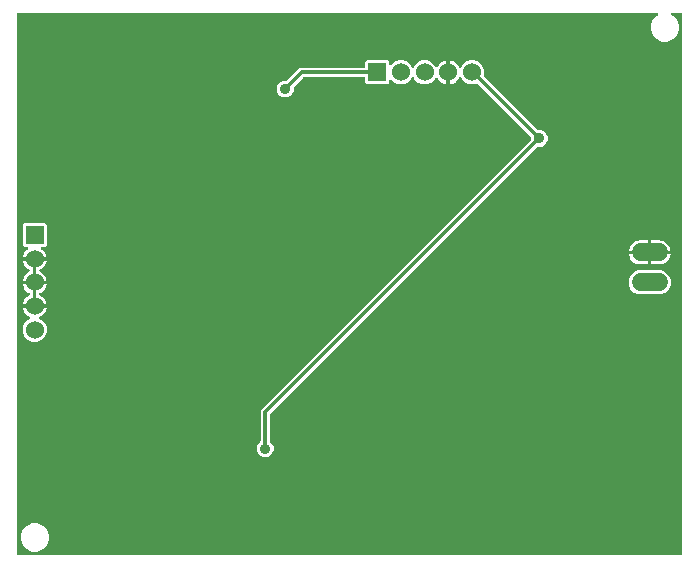
<source format=gbr>
G04 EAGLE Gerber RS-274X export*
G75*
%MOMM*%
%FSLAX34Y34*%
%LPD*%
%INBottom Copper*%
%IPPOS*%
%AMOC8*
5,1,8,0,0,1.08239X$1,22.5*%
G01*
%ADD10R,1.524000X1.524000*%
%ADD11C,1.524000*%
%ADD12C,1.524000*%
%ADD13C,0.956400*%
%ADD14C,0.756400*%
%ADD15C,0.304800*%
%ADD16C,0.914400*%

G36*
X573098Y10164D02*
X573098Y10164D01*
X573117Y10162D01*
X573219Y10184D01*
X573321Y10200D01*
X573338Y10210D01*
X573358Y10214D01*
X573447Y10267D01*
X573538Y10316D01*
X573552Y10330D01*
X573569Y10340D01*
X573636Y10419D01*
X573708Y10494D01*
X573716Y10512D01*
X573729Y10527D01*
X573768Y10623D01*
X573811Y10717D01*
X573813Y10737D01*
X573821Y10755D01*
X573839Y10922D01*
X573839Y468378D01*
X573836Y468398D01*
X573838Y468417D01*
X573816Y468519D01*
X573800Y468621D01*
X573790Y468638D01*
X573786Y468658D01*
X573733Y468747D01*
X573684Y468838D01*
X573670Y468852D01*
X573660Y468869D01*
X573581Y468936D01*
X573506Y469008D01*
X573488Y469016D01*
X573473Y469029D01*
X573377Y469068D01*
X573283Y469111D01*
X573263Y469113D01*
X573245Y469121D01*
X573078Y469139D01*
X564927Y469139D01*
X564831Y469124D01*
X564734Y469114D01*
X564710Y469104D01*
X564685Y469100D01*
X564599Y469054D01*
X564510Y469014D01*
X564490Y468997D01*
X564467Y468984D01*
X564400Y468914D01*
X564328Y468848D01*
X564316Y468825D01*
X564298Y468806D01*
X564257Y468718D01*
X564210Y468632D01*
X564205Y468607D01*
X564194Y468583D01*
X564183Y468486D01*
X564166Y468390D01*
X564170Y468364D01*
X564167Y468339D01*
X564188Y468243D01*
X564202Y468147D01*
X564214Y468124D01*
X564219Y468098D01*
X564269Y468014D01*
X564313Y467928D01*
X564332Y467910D01*
X564346Y467887D01*
X564420Y467824D01*
X564489Y467756D01*
X564518Y467740D01*
X564532Y467727D01*
X564563Y467715D01*
X564636Y467675D01*
X565547Y467297D01*
X568897Y463947D01*
X570711Y459569D01*
X570711Y454831D01*
X568897Y450453D01*
X565547Y447103D01*
X561169Y445289D01*
X556431Y445289D01*
X552053Y447103D01*
X548703Y450453D01*
X546889Y454831D01*
X546889Y459569D01*
X548703Y463947D01*
X552053Y467297D01*
X552964Y467675D01*
X553047Y467726D01*
X553133Y467772D01*
X553151Y467791D01*
X553173Y467804D01*
X553235Y467879D01*
X553302Y467950D01*
X553313Y467974D01*
X553330Y467994D01*
X553365Y468085D01*
X553406Y468173D01*
X553409Y468199D01*
X553418Y468223D01*
X553422Y468321D01*
X553433Y468417D01*
X553427Y468443D01*
X553428Y468469D01*
X553401Y468563D01*
X553381Y468658D01*
X553367Y468680D01*
X553360Y468705D01*
X553304Y468785D01*
X553254Y468869D01*
X553235Y468886D01*
X553220Y468907D01*
X553142Y468966D01*
X553068Y469029D01*
X553043Y469039D01*
X553022Y469054D01*
X552930Y469084D01*
X552839Y469121D01*
X552807Y469124D01*
X552788Y469130D01*
X552755Y469130D01*
X552673Y469139D01*
X10922Y469139D01*
X10902Y469136D01*
X10883Y469138D01*
X10781Y469116D01*
X10679Y469100D01*
X10662Y469090D01*
X10642Y469086D01*
X10553Y469033D01*
X10462Y468984D01*
X10448Y468970D01*
X10431Y468960D01*
X10364Y468881D01*
X10292Y468806D01*
X10284Y468788D01*
X10271Y468773D01*
X10232Y468677D01*
X10189Y468583D01*
X10187Y468563D01*
X10179Y468545D01*
X10161Y468378D01*
X10161Y10922D01*
X10164Y10902D01*
X10162Y10883D01*
X10184Y10781D01*
X10200Y10679D01*
X10210Y10662D01*
X10214Y10642D01*
X10267Y10553D01*
X10316Y10462D01*
X10330Y10448D01*
X10340Y10431D01*
X10419Y10364D01*
X10494Y10292D01*
X10512Y10284D01*
X10527Y10271D01*
X10623Y10232D01*
X10717Y10189D01*
X10737Y10187D01*
X10755Y10179D01*
X10922Y10161D01*
X573078Y10161D01*
X573098Y10164D01*
G37*
%LPC*%
G36*
X219311Y93471D02*
X219311Y93471D01*
X216697Y94554D01*
X214696Y96555D01*
X213613Y99169D01*
X213613Y101999D01*
X214696Y104613D01*
X216438Y106355D01*
X216491Y106429D01*
X216551Y106499D01*
X216563Y106529D01*
X216582Y106555D01*
X216609Y106642D01*
X216643Y106727D01*
X216647Y106768D01*
X216654Y106790D01*
X216653Y106822D01*
X216661Y106894D01*
X216661Y133002D01*
X445292Y361633D01*
X445345Y361707D01*
X445405Y361776D01*
X445417Y361806D01*
X445436Y361832D01*
X445463Y361919D01*
X445497Y362004D01*
X445501Y362045D01*
X445508Y362068D01*
X445507Y362100D01*
X445515Y362171D01*
X445515Y364269D01*
X445501Y364359D01*
X445493Y364450D01*
X445481Y364480D01*
X445476Y364512D01*
X445433Y364592D01*
X445397Y364676D01*
X445371Y364708D01*
X445360Y364729D01*
X445337Y364751D01*
X445292Y364807D01*
X400483Y409616D01*
X400389Y409684D01*
X400385Y409687D01*
X400362Y409707D01*
X400355Y409710D01*
X400295Y409754D01*
X400289Y409756D01*
X400284Y409760D01*
X400173Y409794D01*
X400061Y409830D01*
X400055Y409830D01*
X400049Y409832D01*
X399932Y409829D01*
X399815Y409828D01*
X399808Y409826D01*
X399803Y409826D01*
X399785Y409819D01*
X399654Y409781D01*
X397621Y408939D01*
X393579Y408939D01*
X389844Y410486D01*
X386986Y413344D01*
X386311Y414975D01*
X386289Y415010D01*
X386275Y415050D01*
X386224Y415114D01*
X386181Y415184D01*
X386149Y415210D01*
X386123Y415243D01*
X386055Y415288D01*
X385992Y415340D01*
X385953Y415356D01*
X385918Y415379D01*
X385838Y415399D01*
X385762Y415429D01*
X385720Y415430D01*
X385680Y415441D01*
X385598Y415436D01*
X385516Y415439D01*
X385476Y415427D01*
X385434Y415425D01*
X385359Y415393D01*
X385280Y415371D01*
X385246Y415347D01*
X385207Y415331D01*
X385145Y415277D01*
X385078Y415230D01*
X385053Y415197D01*
X385021Y415169D01*
X384936Y415040D01*
X384931Y415033D01*
X384931Y415031D01*
X384929Y415029D01*
X384290Y413775D01*
X383350Y412481D01*
X382219Y411350D01*
X380925Y410410D01*
X379500Y409684D01*
X377979Y409189D01*
X377123Y409054D01*
X377123Y418338D01*
X377120Y418358D01*
X377122Y418377D01*
X377100Y418479D01*
X377083Y418581D01*
X377074Y418598D01*
X377070Y418618D01*
X377017Y418707D01*
X376968Y418798D01*
X376954Y418812D01*
X376944Y418829D01*
X376865Y418896D01*
X376790Y418967D01*
X376772Y418976D01*
X376757Y418989D01*
X376661Y419027D01*
X376567Y419071D01*
X376547Y419073D01*
X376529Y419081D01*
X376362Y419099D01*
X374838Y419099D01*
X374818Y419096D01*
X374799Y419098D01*
X374697Y419076D01*
X374595Y419059D01*
X374578Y419050D01*
X374558Y419046D01*
X374469Y418993D01*
X374378Y418944D01*
X374364Y418930D01*
X374347Y418920D01*
X374280Y418841D01*
X374209Y418766D01*
X374200Y418748D01*
X374187Y418733D01*
X374148Y418637D01*
X374105Y418543D01*
X374103Y418523D01*
X374095Y418505D01*
X374077Y418338D01*
X374077Y409054D01*
X373221Y409189D01*
X371700Y409684D01*
X370275Y410410D01*
X368981Y411350D01*
X367850Y412481D01*
X366910Y413775D01*
X366271Y415029D01*
X366246Y415063D01*
X366229Y415101D01*
X366174Y415161D01*
X366125Y415227D01*
X366091Y415251D01*
X366062Y415282D01*
X365991Y415322D01*
X365924Y415369D01*
X365884Y415381D01*
X365847Y415401D01*
X365766Y415415D01*
X365688Y415439D01*
X365646Y415437D01*
X365605Y415444D01*
X365524Y415433D01*
X365442Y415430D01*
X365403Y415415D01*
X365361Y415409D01*
X365288Y415372D01*
X365212Y415343D01*
X365180Y415316D01*
X365142Y415297D01*
X365085Y415239D01*
X365022Y415187D01*
X364999Y415152D01*
X364970Y415122D01*
X364895Y414986D01*
X364891Y414979D01*
X364890Y414977D01*
X364889Y414975D01*
X364214Y413344D01*
X361356Y410486D01*
X357621Y408939D01*
X353579Y408939D01*
X349844Y410486D01*
X346986Y413344D01*
X346303Y414993D01*
X346265Y415054D01*
X346236Y415119D01*
X346201Y415158D01*
X346174Y415202D01*
X346118Y415248D01*
X346070Y415301D01*
X346024Y415326D01*
X345984Y415359D01*
X345917Y415385D01*
X345854Y415419D01*
X345803Y415428D01*
X345755Y415447D01*
X345683Y415450D01*
X345612Y415463D01*
X345561Y415455D01*
X345509Y415457D01*
X345440Y415437D01*
X345369Y415427D01*
X345323Y415403D01*
X345273Y415389D01*
X345214Y415348D01*
X345150Y415316D01*
X345113Y415278D01*
X345071Y415249D01*
X345028Y415191D01*
X344978Y415140D01*
X344943Y415077D01*
X344924Y415051D01*
X344917Y415029D01*
X344897Y414993D01*
X344214Y413344D01*
X341356Y410486D01*
X337621Y408939D01*
X333579Y408939D01*
X329844Y410486D01*
X327060Y413270D01*
X327002Y413312D01*
X326950Y413362D01*
X326903Y413383D01*
X326861Y413414D01*
X326792Y413435D01*
X326727Y413465D01*
X326675Y413471D01*
X326625Y413486D01*
X326554Y413484D01*
X326483Y413492D01*
X326432Y413481D01*
X326380Y413480D01*
X326312Y413455D01*
X326242Y413440D01*
X326197Y413413D01*
X326149Y413395D01*
X326093Y413351D01*
X326031Y413314D01*
X325997Y413274D01*
X325957Y413242D01*
X325918Y413181D01*
X325871Y413127D01*
X325852Y413079D01*
X325824Y413035D01*
X325806Y412965D01*
X325779Y412899D01*
X325771Y412827D01*
X325763Y412796D01*
X325765Y412773D01*
X325761Y412732D01*
X325761Y410428D01*
X324272Y408939D01*
X306928Y408939D01*
X305439Y410428D01*
X305439Y414274D01*
X305436Y414294D01*
X305438Y414313D01*
X305416Y414415D01*
X305400Y414517D01*
X305390Y414534D01*
X305386Y414554D01*
X305333Y414643D01*
X305284Y414734D01*
X305270Y414748D01*
X305260Y414765D01*
X305181Y414832D01*
X305106Y414904D01*
X305088Y414912D01*
X305073Y414925D01*
X304977Y414964D01*
X304883Y415007D01*
X304863Y415009D01*
X304845Y415017D01*
X304678Y415035D01*
X253459Y415035D01*
X253369Y415021D01*
X253278Y415013D01*
X253248Y415001D01*
X253216Y414996D01*
X253136Y414953D01*
X253052Y414917D01*
X253020Y414891D01*
X252999Y414880D01*
X252977Y414857D01*
X252921Y414812D01*
X244826Y406717D01*
X244773Y406643D01*
X244713Y406574D01*
X244701Y406544D01*
X244682Y406518D01*
X244655Y406431D01*
X244621Y406346D01*
X244617Y406305D01*
X244610Y406283D01*
X244611Y406250D01*
X244603Y406179D01*
X244603Y403715D01*
X243520Y401101D01*
X241519Y399100D01*
X238905Y398017D01*
X236075Y398017D01*
X233461Y399100D01*
X231460Y401101D01*
X230377Y403715D01*
X230377Y406545D01*
X231460Y409159D01*
X233461Y411160D01*
X236075Y412243D01*
X238539Y412243D01*
X238629Y412257D01*
X238720Y412265D01*
X238750Y412277D01*
X238782Y412282D01*
X238862Y412325D01*
X238946Y412361D01*
X238978Y412387D01*
X238999Y412398D01*
X239021Y412421D01*
X239077Y412466D01*
X249776Y423165D01*
X304678Y423165D01*
X304698Y423168D01*
X304717Y423166D01*
X304819Y423188D01*
X304921Y423204D01*
X304938Y423214D01*
X304958Y423218D01*
X305047Y423271D01*
X305138Y423320D01*
X305152Y423334D01*
X305169Y423344D01*
X305236Y423423D01*
X305308Y423498D01*
X305316Y423516D01*
X305329Y423531D01*
X305368Y423627D01*
X305411Y423721D01*
X305413Y423741D01*
X305421Y423759D01*
X305439Y423926D01*
X305439Y427772D01*
X306928Y429261D01*
X324272Y429261D01*
X325761Y427772D01*
X325761Y425468D01*
X325772Y425397D01*
X325774Y425326D01*
X325792Y425277D01*
X325800Y425225D01*
X325834Y425162D01*
X325859Y425095D01*
X325891Y425054D01*
X325916Y425008D01*
X325968Y424959D01*
X326012Y424903D01*
X326056Y424874D01*
X326094Y424838D01*
X326159Y424808D01*
X326219Y424770D01*
X326270Y424757D01*
X326317Y424735D01*
X326388Y424727D01*
X326458Y424709D01*
X326510Y424714D01*
X326561Y424708D01*
X326632Y424723D01*
X326703Y424729D01*
X326751Y424749D01*
X326802Y424760D01*
X326863Y424797D01*
X326929Y424825D01*
X326985Y424870D01*
X327013Y424886D01*
X327028Y424904D01*
X327060Y424930D01*
X329844Y427714D01*
X333579Y429261D01*
X337621Y429261D01*
X341356Y427714D01*
X344214Y424856D01*
X344897Y423207D01*
X344935Y423146D01*
X344964Y423081D01*
X344999Y423042D01*
X345026Y422998D01*
X345082Y422952D01*
X345130Y422899D01*
X345176Y422874D01*
X345216Y422841D01*
X345283Y422815D01*
X345346Y422781D01*
X345397Y422772D01*
X345445Y422753D01*
X345517Y422750D01*
X345588Y422737D01*
X345639Y422745D01*
X345691Y422743D01*
X345760Y422763D01*
X345831Y422773D01*
X345877Y422797D01*
X345927Y422811D01*
X345986Y422852D01*
X346050Y422884D01*
X346087Y422922D01*
X346129Y422951D01*
X346172Y423009D01*
X346222Y423060D01*
X346257Y423123D01*
X346276Y423149D01*
X346283Y423171D01*
X346303Y423207D01*
X346986Y424856D01*
X349844Y427714D01*
X353579Y429261D01*
X357621Y429261D01*
X361356Y427714D01*
X364214Y424856D01*
X364889Y423225D01*
X364911Y423190D01*
X364925Y423150D01*
X364974Y423088D01*
X365009Y423029D01*
X365013Y423026D01*
X365019Y423016D01*
X365051Y422990D01*
X365077Y422957D01*
X365145Y422912D01*
X365174Y422888D01*
X365196Y422869D01*
X365198Y422868D01*
X365208Y422860D01*
X365247Y422844D01*
X365282Y422821D01*
X365362Y422801D01*
X365438Y422771D01*
X365480Y422770D01*
X365520Y422759D01*
X365561Y422762D01*
X365591Y422758D01*
X365594Y422758D01*
X365625Y422763D01*
X365684Y422761D01*
X365724Y422773D01*
X365766Y422775D01*
X365809Y422794D01*
X365837Y422798D01*
X365867Y422814D01*
X365920Y422829D01*
X365954Y422853D01*
X365993Y422869D01*
X366026Y422898D01*
X366054Y422913D01*
X366081Y422941D01*
X366122Y422970D01*
X366147Y423003D01*
X366179Y423031D01*
X366207Y423074D01*
X366223Y423091D01*
X366235Y423118D01*
X366264Y423160D01*
X366269Y423167D01*
X366269Y423169D01*
X366271Y423171D01*
X366910Y424425D01*
X367850Y425719D01*
X368981Y426850D01*
X370275Y427790D01*
X371700Y428516D01*
X373221Y429011D01*
X374077Y429146D01*
X374077Y419862D01*
X374080Y419842D01*
X374078Y419823D01*
X374100Y419721D01*
X374117Y419619D01*
X374126Y419602D01*
X374130Y419582D01*
X374183Y419493D01*
X374232Y419402D01*
X374246Y419388D01*
X374256Y419371D01*
X374335Y419304D01*
X374410Y419233D01*
X374428Y419224D01*
X374443Y419211D01*
X374539Y419173D01*
X374633Y419129D01*
X374653Y419127D01*
X374671Y419119D01*
X374838Y419101D01*
X376362Y419101D01*
X376382Y419104D01*
X376401Y419102D01*
X376503Y419124D01*
X376605Y419141D01*
X376622Y419150D01*
X376642Y419154D01*
X376731Y419207D01*
X376822Y419256D01*
X376836Y419270D01*
X376853Y419280D01*
X376920Y419359D01*
X376991Y419434D01*
X377000Y419452D01*
X377013Y419467D01*
X377052Y419563D01*
X377095Y419657D01*
X377097Y419677D01*
X377105Y419695D01*
X377123Y419862D01*
X377123Y429146D01*
X377979Y429011D01*
X379500Y428516D01*
X380925Y427790D01*
X382219Y426850D01*
X383350Y425719D01*
X384290Y424425D01*
X384929Y423171D01*
X384954Y423137D01*
X384971Y423099D01*
X385003Y423064D01*
X385024Y423029D01*
X385050Y423006D01*
X385075Y422973D01*
X385109Y422949D01*
X385138Y422918D01*
X385183Y422893D01*
X385211Y422869D01*
X385239Y422857D01*
X385276Y422831D01*
X385316Y422819D01*
X385353Y422799D01*
X385408Y422789D01*
X385439Y422777D01*
X385473Y422773D01*
X385512Y422761D01*
X385554Y422763D01*
X385595Y422756D01*
X385676Y422767D01*
X385758Y422770D01*
X385797Y422785D01*
X385839Y422791D01*
X385912Y422828D01*
X385988Y422857D01*
X386020Y422884D01*
X386058Y422903D01*
X386067Y422912D01*
X386069Y422913D01*
X386101Y422947D01*
X386115Y422961D01*
X386178Y423013D01*
X386201Y423048D01*
X386230Y423078D01*
X386236Y423089D01*
X386238Y423091D01*
X386244Y423104D01*
X386305Y423214D01*
X386309Y423221D01*
X386310Y423223D01*
X386311Y423225D01*
X386986Y424856D01*
X389844Y427714D01*
X393579Y429261D01*
X397621Y429261D01*
X401356Y427714D01*
X404214Y424856D01*
X405761Y421121D01*
X405761Y417079D01*
X405591Y416670D01*
X405565Y416556D01*
X405536Y416443D01*
X405537Y416436D01*
X405535Y416430D01*
X405546Y416314D01*
X405555Y416197D01*
X405558Y416192D01*
X405558Y416185D01*
X405606Y416078D01*
X405651Y415971D01*
X405656Y415965D01*
X405658Y415961D01*
X405671Y415947D01*
X405756Y415840D01*
X451041Y370556D01*
X451115Y370503D01*
X451184Y370443D01*
X451214Y370431D01*
X451240Y370412D01*
X451327Y370385D01*
X451412Y370351D01*
X451453Y370347D01*
X451475Y370340D01*
X451508Y370341D01*
X451579Y370333D01*
X454043Y370333D01*
X456657Y369250D01*
X458658Y367249D01*
X459741Y364635D01*
X459741Y361805D01*
X458658Y359191D01*
X456657Y357190D01*
X454043Y356107D01*
X451579Y356107D01*
X451489Y356093D01*
X451398Y356085D01*
X451368Y356073D01*
X451336Y356068D01*
X451256Y356025D01*
X451172Y355989D01*
X451140Y355963D01*
X451119Y355952D01*
X451097Y355929D01*
X451041Y355884D01*
X225014Y129857D01*
X224961Y129783D01*
X224901Y129714D01*
X224889Y129684D01*
X224870Y129658D01*
X224843Y129571D01*
X224809Y129486D01*
X224805Y129445D01*
X224798Y129422D01*
X224799Y129390D01*
X224791Y129319D01*
X224791Y106894D01*
X224805Y106803D01*
X224813Y106713D01*
X224825Y106683D01*
X224830Y106651D01*
X224873Y106570D01*
X224909Y106486D01*
X224935Y106454D01*
X224946Y106433D01*
X224969Y106411D01*
X225014Y106355D01*
X226756Y104613D01*
X227839Y101999D01*
X227839Y99169D01*
X226756Y96555D01*
X224755Y94554D01*
X222141Y93471D01*
X219311Y93471D01*
G37*
%LPD*%
%LPC*%
G36*
X536459Y231139D02*
X536459Y231139D01*
X532724Y232686D01*
X529866Y235544D01*
X528319Y239279D01*
X528319Y243321D01*
X529866Y247056D01*
X532724Y249914D01*
X536459Y251461D01*
X555741Y251461D01*
X559476Y249914D01*
X562334Y247056D01*
X563881Y243321D01*
X563881Y239279D01*
X562334Y235544D01*
X559476Y232686D01*
X555741Y231139D01*
X536459Y231139D01*
G37*
%LPD*%
%LPC*%
G36*
X25399Y261299D02*
X25399Y261299D01*
X25399Y262062D01*
X25396Y262082D01*
X25398Y262101D01*
X25376Y262203D01*
X25359Y262305D01*
X25350Y262322D01*
X25346Y262342D01*
X25293Y262431D01*
X25244Y262522D01*
X25230Y262536D01*
X25220Y262553D01*
X25141Y262620D01*
X25066Y262691D01*
X25048Y262700D01*
X25033Y262713D01*
X24937Y262752D01*
X24843Y262795D01*
X24823Y262797D01*
X24805Y262805D01*
X24638Y262823D01*
X15354Y262823D01*
X15489Y263679D01*
X15984Y265200D01*
X16710Y266625D01*
X17650Y267919D01*
X18781Y269050D01*
X19761Y269762D01*
X19766Y269768D01*
X19773Y269772D01*
X19852Y269855D01*
X19934Y269937D01*
X19937Y269944D01*
X19943Y269950D01*
X19991Y270054D01*
X20042Y270158D01*
X20043Y270166D01*
X20046Y270173D01*
X20059Y270287D01*
X20074Y270402D01*
X20073Y270410D01*
X20073Y270417D01*
X20049Y270530D01*
X20027Y270643D01*
X20023Y270650D01*
X20021Y270658D01*
X19962Y270757D01*
X19905Y270857D01*
X19899Y270862D01*
X19895Y270869D01*
X19807Y270944D01*
X19722Y271021D01*
X19714Y271024D01*
X19708Y271029D01*
X19601Y271072D01*
X19495Y271117D01*
X19487Y271118D01*
X19480Y271121D01*
X19313Y271139D01*
X16728Y271139D01*
X15239Y272628D01*
X15239Y289972D01*
X16728Y291461D01*
X34072Y291461D01*
X35561Y289972D01*
X35561Y272628D01*
X34072Y271139D01*
X31487Y271139D01*
X31479Y271138D01*
X31471Y271139D01*
X31357Y271118D01*
X31244Y271100D01*
X31237Y271096D01*
X31229Y271094D01*
X31128Y271038D01*
X31027Y270984D01*
X31021Y270979D01*
X31014Y270975D01*
X30936Y270890D01*
X30857Y270806D01*
X30854Y270799D01*
X30848Y270793D01*
X30802Y270687D01*
X30754Y270583D01*
X30753Y270575D01*
X30750Y270568D01*
X30739Y270453D01*
X30727Y270339D01*
X30728Y270331D01*
X30727Y270323D01*
X30754Y270210D01*
X30779Y270098D01*
X30783Y270091D01*
X30785Y270084D01*
X30846Y269985D01*
X30905Y269887D01*
X30911Y269882D01*
X30915Y269875D01*
X31039Y269762D01*
X32019Y269050D01*
X33150Y267919D01*
X34090Y266625D01*
X34816Y265200D01*
X35311Y263679D01*
X35446Y262823D01*
X26162Y262823D01*
X26142Y262820D01*
X26123Y262822D01*
X26021Y262800D01*
X25919Y262783D01*
X25902Y262774D01*
X25882Y262770D01*
X25793Y262717D01*
X25702Y262668D01*
X25688Y262654D01*
X25671Y262644D01*
X25604Y262565D01*
X25533Y262490D01*
X25524Y262472D01*
X25511Y262457D01*
X25473Y262361D01*
X25429Y262267D01*
X25427Y262247D01*
X25419Y262229D01*
X25401Y262062D01*
X25401Y261299D01*
X25399Y261299D01*
G37*
%LPD*%
%LPC*%
G36*
X23379Y191139D02*
X23379Y191139D01*
X19644Y192686D01*
X16786Y195544D01*
X15239Y199279D01*
X15239Y203321D01*
X16786Y207056D01*
X19644Y209914D01*
X21275Y210589D01*
X21310Y210611D01*
X21350Y210625D01*
X21414Y210676D01*
X21484Y210719D01*
X21510Y210751D01*
X21543Y210777D01*
X21588Y210845D01*
X21640Y210908D01*
X21656Y210947D01*
X21679Y210982D01*
X21699Y211061D01*
X21729Y211138D01*
X21730Y211180D01*
X21741Y211220D01*
X21736Y211302D01*
X21739Y211384D01*
X21727Y211424D01*
X21725Y211466D01*
X21693Y211541D01*
X21671Y211620D01*
X21647Y211654D01*
X21631Y211693D01*
X21577Y211755D01*
X21530Y211822D01*
X21497Y211847D01*
X21469Y211879D01*
X21340Y211964D01*
X21333Y211969D01*
X21331Y211969D01*
X21329Y211971D01*
X20075Y212610D01*
X18781Y213550D01*
X17650Y214681D01*
X16710Y215975D01*
X15984Y217400D01*
X15489Y218921D01*
X15354Y219777D01*
X24638Y219777D01*
X24658Y219780D01*
X24677Y219778D01*
X24779Y219800D01*
X24881Y219817D01*
X24898Y219826D01*
X24918Y219830D01*
X25007Y219883D01*
X25098Y219932D01*
X25112Y219946D01*
X25129Y219956D01*
X25196Y220035D01*
X25267Y220110D01*
X25276Y220128D01*
X25289Y220143D01*
X25327Y220239D01*
X25371Y220333D01*
X25373Y220353D01*
X25381Y220371D01*
X25399Y220538D01*
X25399Y221301D01*
X25401Y221301D01*
X25401Y220538D01*
X25404Y220518D01*
X25402Y220499D01*
X25424Y220397D01*
X25441Y220295D01*
X25450Y220278D01*
X25454Y220258D01*
X25507Y220169D01*
X25556Y220078D01*
X25570Y220064D01*
X25580Y220047D01*
X25659Y219980D01*
X25734Y219909D01*
X25752Y219900D01*
X25767Y219887D01*
X25863Y219848D01*
X25957Y219805D01*
X25977Y219803D01*
X25995Y219795D01*
X26162Y219777D01*
X35446Y219777D01*
X35311Y218921D01*
X34816Y217400D01*
X34090Y215975D01*
X33150Y214681D01*
X32019Y213550D01*
X30725Y212610D01*
X29471Y211971D01*
X29437Y211946D01*
X29399Y211929D01*
X29339Y211874D01*
X29273Y211825D01*
X29249Y211791D01*
X29218Y211762D01*
X29178Y211691D01*
X29131Y211624D01*
X29119Y211584D01*
X29099Y211547D01*
X29085Y211466D01*
X29061Y211388D01*
X29063Y211346D01*
X29056Y211305D01*
X29067Y211224D01*
X29070Y211142D01*
X29085Y211103D01*
X29091Y211061D01*
X29128Y210988D01*
X29157Y210912D01*
X29184Y210880D01*
X29203Y210842D01*
X29261Y210785D01*
X29313Y210722D01*
X29348Y210699D01*
X29378Y210670D01*
X29514Y210595D01*
X29521Y210591D01*
X29523Y210590D01*
X29525Y210589D01*
X31156Y209914D01*
X34014Y207056D01*
X35561Y203321D01*
X35561Y199279D01*
X34014Y195544D01*
X31156Y192686D01*
X27421Y191139D01*
X23379Y191139D01*
G37*
%LPD*%
%LPC*%
G36*
X23031Y13489D02*
X23031Y13489D01*
X18653Y15303D01*
X15303Y18653D01*
X13489Y23031D01*
X13489Y27769D01*
X15303Y32147D01*
X18653Y35497D01*
X23031Y37311D01*
X27769Y37311D01*
X32147Y35497D01*
X35497Y32147D01*
X37311Y27769D01*
X37311Y23031D01*
X35497Y18653D01*
X32147Y15303D01*
X27769Y13489D01*
X23031Y13489D01*
G37*
%LPD*%
%LPC*%
G36*
X547623Y268223D02*
X547623Y268223D01*
X547623Y276861D01*
X554520Y276861D01*
X556099Y276611D01*
X557620Y276116D01*
X559045Y275390D01*
X560339Y274450D01*
X561470Y273319D01*
X562410Y272025D01*
X563136Y270600D01*
X563631Y269079D01*
X563766Y268223D01*
X547623Y268223D01*
G37*
%LPD*%
%LPC*%
G36*
X528434Y268223D02*
X528434Y268223D01*
X528569Y269079D01*
X529064Y270600D01*
X529790Y272025D01*
X530730Y273319D01*
X531861Y274450D01*
X533155Y275390D01*
X534580Y276116D01*
X536101Y276611D01*
X537680Y276861D01*
X544577Y276861D01*
X544577Y268223D01*
X528434Y268223D01*
G37*
%LPD*%
%LPC*%
G36*
X547623Y256539D02*
X547623Y256539D01*
X547623Y265177D01*
X563766Y265177D01*
X563631Y264321D01*
X563136Y262800D01*
X562410Y261375D01*
X561470Y260081D01*
X560339Y258950D01*
X559045Y258010D01*
X557620Y257284D01*
X556099Y256789D01*
X554520Y256539D01*
X547623Y256539D01*
G37*
%LPD*%
%LPC*%
G36*
X537680Y256539D02*
X537680Y256539D01*
X536101Y256789D01*
X534580Y257284D01*
X533155Y258010D01*
X531861Y258950D01*
X530730Y260081D01*
X529790Y261375D01*
X529064Y262800D01*
X528569Y264321D01*
X528434Y265177D01*
X544577Y265177D01*
X544577Y256539D01*
X537680Y256539D01*
G37*
%LPD*%
%LPC*%
G36*
X26923Y242823D02*
X26923Y242823D01*
X26923Y259777D01*
X35446Y259777D01*
X35311Y258921D01*
X34816Y257400D01*
X34090Y255975D01*
X33150Y254681D01*
X32019Y253550D01*
X30725Y252610D01*
X29486Y251978D01*
X29476Y251971D01*
X29465Y251967D01*
X29378Y251899D01*
X29288Y251833D01*
X29281Y251823D01*
X29271Y251815D01*
X29211Y251723D01*
X29146Y251631D01*
X29143Y251620D01*
X29136Y251610D01*
X29108Y251502D01*
X29076Y251396D01*
X29077Y251384D01*
X29074Y251372D01*
X29081Y251261D01*
X29085Y251150D01*
X29090Y251139D01*
X29090Y251127D01*
X29133Y251024D01*
X29172Y250920D01*
X29180Y250910D01*
X29184Y250899D01*
X29258Y250815D01*
X29328Y250729D01*
X29338Y250723D01*
X29346Y250714D01*
X29486Y250622D01*
X30725Y249990D01*
X32019Y249050D01*
X33150Y247919D01*
X34090Y246625D01*
X34816Y245200D01*
X35311Y243679D01*
X35446Y242823D01*
X26923Y242823D01*
G37*
%LPD*%
%LPC*%
G36*
X26923Y222823D02*
X26923Y222823D01*
X26923Y239777D01*
X35446Y239777D01*
X35311Y238921D01*
X34816Y237400D01*
X34090Y235975D01*
X33150Y234681D01*
X32019Y233550D01*
X30725Y232610D01*
X29486Y231978D01*
X29476Y231971D01*
X29465Y231967D01*
X29378Y231899D01*
X29288Y231833D01*
X29281Y231823D01*
X29271Y231816D01*
X29210Y231722D01*
X29146Y231631D01*
X29143Y231620D01*
X29136Y231610D01*
X29108Y231502D01*
X29076Y231396D01*
X29077Y231384D01*
X29074Y231372D01*
X29081Y231261D01*
X29085Y231150D01*
X29090Y231139D01*
X29090Y231127D01*
X29133Y231024D01*
X29172Y230920D01*
X29180Y230910D01*
X29184Y230899D01*
X29257Y230816D01*
X29328Y230729D01*
X29338Y230723D01*
X29346Y230714D01*
X29486Y230622D01*
X30725Y229990D01*
X32019Y229050D01*
X33150Y227919D01*
X34090Y226625D01*
X34816Y225200D01*
X35311Y223679D01*
X35446Y222823D01*
X26923Y222823D01*
G37*
%LPD*%
%LPC*%
G36*
X15354Y222823D02*
X15354Y222823D01*
X15489Y223679D01*
X15984Y225200D01*
X16710Y226625D01*
X17650Y227919D01*
X18781Y229050D01*
X20075Y229990D01*
X21314Y230622D01*
X21324Y230629D01*
X21335Y230633D01*
X21422Y230701D01*
X21512Y230767D01*
X21519Y230777D01*
X21529Y230785D01*
X21589Y230877D01*
X21654Y230969D01*
X21657Y230980D01*
X21664Y230990D01*
X21692Y231098D01*
X21724Y231204D01*
X21723Y231216D01*
X21726Y231228D01*
X21719Y231339D01*
X21715Y231450D01*
X21710Y231461D01*
X21710Y231473D01*
X21667Y231576D01*
X21628Y231680D01*
X21620Y231690D01*
X21616Y231701D01*
X21542Y231785D01*
X21472Y231871D01*
X21462Y231877D01*
X21454Y231886D01*
X21314Y231978D01*
X20075Y232610D01*
X18781Y233550D01*
X17650Y234681D01*
X16710Y235975D01*
X15984Y237400D01*
X15489Y238921D01*
X15354Y239777D01*
X23877Y239777D01*
X23877Y222823D01*
X15354Y222823D01*
G37*
%LPD*%
%LPC*%
G36*
X15354Y242823D02*
X15354Y242823D01*
X15489Y243679D01*
X15984Y245200D01*
X16710Y246625D01*
X17650Y247919D01*
X18781Y249050D01*
X20075Y249990D01*
X21314Y250622D01*
X21324Y250629D01*
X21335Y250633D01*
X21422Y250701D01*
X21512Y250767D01*
X21519Y250777D01*
X21529Y250784D01*
X21590Y250878D01*
X21654Y250969D01*
X21657Y250980D01*
X21664Y250990D01*
X21692Y251097D01*
X21724Y251204D01*
X21723Y251216D01*
X21726Y251228D01*
X21719Y251339D01*
X21715Y251450D01*
X21710Y251461D01*
X21710Y251473D01*
X21667Y251576D01*
X21628Y251680D01*
X21620Y251690D01*
X21616Y251701D01*
X21543Y251784D01*
X21472Y251871D01*
X21462Y251877D01*
X21454Y251886D01*
X21314Y251978D01*
X20075Y252610D01*
X18781Y253550D01*
X17650Y254681D01*
X16710Y255975D01*
X15984Y257400D01*
X15489Y258921D01*
X15354Y259777D01*
X23877Y259777D01*
X23877Y242823D01*
X15354Y242823D01*
G37*
%LPD*%
%LPC*%
G36*
X546099Y266699D02*
X546099Y266699D01*
X546099Y266701D01*
X546101Y266701D01*
X546101Y266699D01*
X546099Y266699D01*
G37*
%LPD*%
%LPC*%
G36*
X25399Y241299D02*
X25399Y241299D01*
X25399Y241301D01*
X25401Y241301D01*
X25401Y241299D01*
X25399Y241299D01*
G37*
%LPD*%
D10*
X25400Y281300D03*
D11*
X25400Y241300D03*
X25400Y261300D03*
X25400Y221300D03*
X25400Y201300D03*
D10*
X315600Y419100D03*
D11*
X355600Y419100D03*
X335600Y419100D03*
X375600Y419100D03*
X395600Y419100D03*
D12*
X538480Y241300D02*
X553720Y241300D01*
X553720Y266700D02*
X538480Y266700D01*
D13*
X114300Y330200D03*
D14*
X195580Y394970D03*
D15*
X251460Y419100D02*
X315600Y419100D01*
X251460Y419100D02*
X237490Y405130D01*
D16*
X237490Y405130D03*
D15*
X396748Y419100D02*
X452628Y363220D01*
X396748Y419100D02*
X395600Y419100D01*
X220726Y131318D02*
X220726Y100584D01*
X220726Y131318D02*
X452628Y363220D01*
D16*
X452628Y363220D03*
X220726Y100584D03*
M02*

</source>
